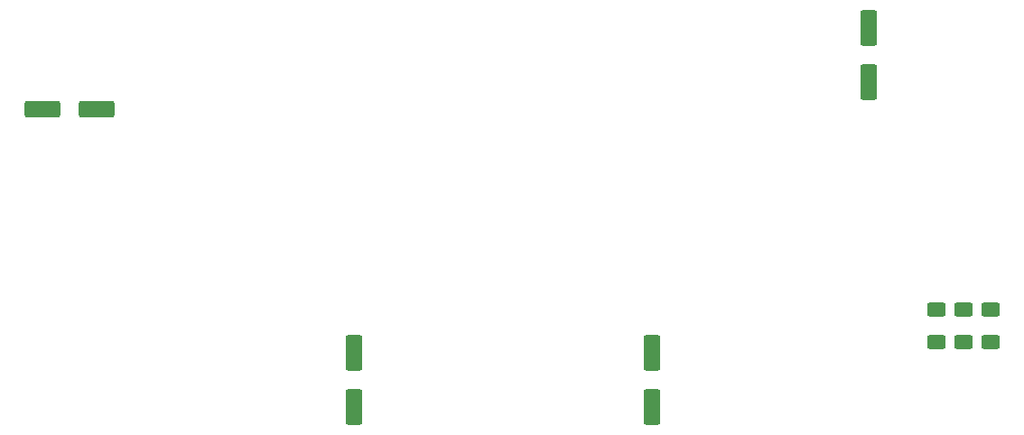
<source format=gbr>
%TF.GenerationSoftware,KiCad,Pcbnew,(6.0.10)*%
%TF.CreationDate,2023-04-08T13:29:20+03:00*%
%TF.ProjectId,DelSol_Modulator,44656c53-6f6c-45f4-9d6f-64756c61746f,rev?*%
%TF.SameCoordinates,Original*%
%TF.FileFunction,Paste,Top*%
%TF.FilePolarity,Positive*%
%FSLAX46Y46*%
G04 Gerber Fmt 4.6, Leading zero omitted, Abs format (unit mm)*
G04 Created by KiCad (PCBNEW (6.0.10)) date 2023-04-08 13:29:20*
%MOMM*%
%LPD*%
G01*
G04 APERTURE LIST*
G04 Aperture macros list*
%AMRoundRect*
0 Rectangle with rounded corners*
0 $1 Rounding radius*
0 $2 $3 $4 $5 $6 $7 $8 $9 X,Y pos of 4 corners*
0 Add a 4 corners polygon primitive as box body*
4,1,4,$2,$3,$4,$5,$6,$7,$8,$9,$2,$3,0*
0 Add four circle primitives for the rounded corners*
1,1,$1+$1,$2,$3*
1,1,$1+$1,$4,$5*
1,1,$1+$1,$6,$7*
1,1,$1+$1,$8,$9*
0 Add four rect primitives between the rounded corners*
20,1,$1+$1,$2,$3,$4,$5,0*
20,1,$1+$1,$4,$5,$6,$7,0*
20,1,$1+$1,$6,$7,$8,$9,0*
20,1,$1+$1,$8,$9,$2,$3,0*%
G04 Aperture macros list end*
%ADD10RoundRect,0.250000X0.625000X-0.400000X0.625000X0.400000X-0.625000X0.400000X-0.625000X-0.400000X0*%
%ADD11RoundRect,0.250000X0.550000X-1.412500X0.550000X1.412500X-0.550000X1.412500X-0.550000X-1.412500X0*%
%ADD12RoundRect,0.250000X-0.550000X1.412500X-0.550000X-1.412500X0.550000X-1.412500X0.550000X1.412500X0*%
%ADD13RoundRect,0.250000X-1.412500X-0.550000X1.412500X-0.550000X1.412500X0.550000X-1.412500X0.550000X0*%
G04 APERTURE END LIST*
D10*
X127000000Y-67590000D03*
X127000000Y-64490000D03*
D11*
X115570000Y-43177500D03*
X115570000Y-38102500D03*
D10*
X124460000Y-67590000D03*
X124460000Y-64490000D03*
D11*
X67310000Y-73657500D03*
X67310000Y-68582500D03*
D12*
X95250000Y-68582500D03*
X95250000Y-73657500D03*
D10*
X121920000Y-67590000D03*
X121920000Y-64490000D03*
D13*
X38102500Y-45720000D03*
X43177500Y-45720000D03*
M02*

</source>
